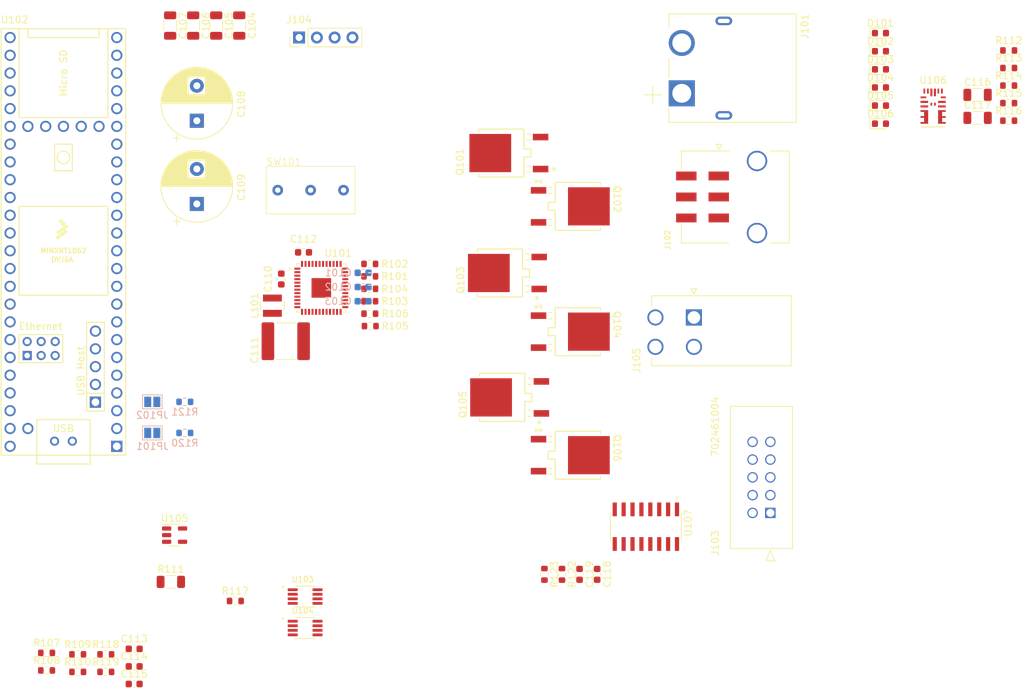
<source format=kicad_pcb>
(kicad_pcb (version 20221018) (generator pcbnew)
  (layers (0 "F.Cu" signal) (1 "In1.Cu" signal) (2 "In2.Cu" signal) (31 "B.Cu" signal) (34 "B.Paste" user) (35 "F.Paste" user) (36 "B.SilkS" user "B.Silkscreen") (37 "F.SilkS" user "F.Silkscreen") (38 "B.Mask" user) (39 "F.Mask" user) (44 "Edge.Cuts" user))
  (net 0 "")
  (net 1 "Net-(U101-VBOOTU)")
  (net 2 "PHASE_U")
  (net 3 "Net-(U101-VBOOTV)")
  (net 4 "PHASE_V")
  (net 5 "Net-(U101-VBOOTW)")
  (net 6 "PHASE_W")
  (net 7 "VCC")
  (net 8 "GND")
  (net 9 "Net-(U101-VREG12)")
  (net 10 "+3.3V")
  (net 11 "+5V")
  (net 12 "Net-(D101-A)")
  (net 13 "Net-(D102-A)")
  (net 14 "Net-(D103-A)")
  (net 15 "MOTOR_LED")
  (net 16 "Net-(D104-A)")
  (net 17 "Net-(D105-A)")
  (net 18 "Net-(D106-A)")
  (net 19 "Net-(C118-Pad1)")
  (net 20 "ENCA_N")
  (net 21 "ENCB_P")
  (net 25 "Net-(C119-Pad2)")
  (net 26 "H1_M")
  (net 27 "H2_M")
  (net 28 "H3_M")
  (net 31 "SWD_CLK")
  (net 32 "SWD_IO")
  (net 34 "Net-(JP101-B)")
  (net 35 "Net-(JP102-B)")
  (net 36 "Net-(U101-SW)")
  (net 37 "Net-(Q101-G)")
  (net 38 "Net-(Q102-G)")
  (net 39 "Net-(Q102-S)")
  (net 40 "Net-(Q103-G)")
  (net 41 "Net-(Q104-G)")
  (net 42 "Net-(Q105-G)")
  (net 43 "Net-(Q106-G)")
  (net 44 "Net-(U101-HSU)")
  (net 45 "Net-(U101-LSU)")
  (net 46 "Net-(U101-HSV)")
  (net 47 "Net-(U101-LSV)")
  (net 48 "Net-(U101-HSW)")
  (net 49 "Net-(U101-LSW)")
  (net 50 "Net-(R107-Pad2)")
  (net 51 "Net-(U106-FB)")
  (net 52 "Net-(U106-AAM)")
  (net 53 "Net-(U106-EN)")
  (net 54 "Net-(SW101-A)")
  (net 55 "BOOT_0")
  (net 59 "NRST")
  (net 60 "H1")
  (net 61 "H2")
  (net 62 "H3")
  (net 66 "ENCA")
  (net 67 "ENCB")
  (net 101 "VSENSE")
  (net 102 "ISENSE")
  (net 141 "USART1_RX")
  (net 142 "ENCA_P")
  (net 143 "ENCB_N")
  (net 144 "ENCA_O")
  (net 145 "ENCB_O")
  (footprint "Resistor_SMD:R_0603_1608Metric" (layer "F.Cu") (at 163.58 24.07)
    (fp_text reference "R112" (at 0 -1.43) (layer "F.SilkS"))
    (fp_text value "160k")
    (pad "1" smd roundrect (at -0.825 0) (size 0.8 0.95) (layers "F.Cu" "F.Paste" "F.Mask") (net 51 "Net-(U106-FB)"))
    (pad "2" smd roundrect (at 0.825 0) (size 0.8 0.95) (layers "F.Cu" "F.Paste" "F.Mask") (net 11 "+5V"))
  )
  (footprint "lib:Slide_Switch_SPDT" (layer "F.Cu") (at 63.88 40.64)
    (fp_text reference "SW101" (at -3.81 -0.635 unlocked) (layer "F.SilkS") (effects (font (thickness 0.1))))
    (fp_text value "SW_SPDT")
    (pad "1" thru_hole circle (at -4.7 3.4) (size 1.524 1.524) (drill 0.762) (layers "*.Cu" "*.Mask") (net 54 "Net-(SW101-A)"))
    (pad "2" thru_hole circle (at 0 3.4) (size 1.524 1.524) (drill 0.762) (layers "*.Cu" "*.Mask") (net 55 "BOOT_0"))
    (pad "3" thru_hole circle (at 4.7 3.4) (size 1.524 1.524) (drill 0.762) (layers "*.Cu" "*.Mask") (net 8 "GND"))
  )
  (footprint "Package_TO_SOT_SMD:SOT-23-5" (layer "F.Cu") (at 44.45 93.345)
    (fp_text reference "U105" (at 0 -2.4) (layer "F.SilkS"))
    (fp_text value "INA180A3")
    (pad "1" smd roundrect (at -1.1375 -0.95) (size 1.325 0.6) (layers "F.Cu" "F.Paste" "F.Mask") (net 102 "ISENSE"))
    (pad "2" smd roundrect (at -1.1375 0) (size 1.325 0.6) (layers "F.Cu" "F.Paste" "F.Mask") (net 8 "GND"))
    (pad "3" smd roundrect (at -1.1375 0.95) (size 1.325 0.6) (layers "F.Cu" "F.Paste" "F.Mask") (net 39 "Net-(Q102-S)"))
    (pad "4" smd roundrect (at 1.1375 0.95) (size 1.325 0.6) (layers "F.Cu" "F.Paste" "F.Mask") (net 8 "GND"))
    (pad "5" smd roundrect (at 1.1375 -0.95) (size 1.325 0.6) (layers "F.Cu" "F.Paste" "F.Mask") (net 10 "+3.3V"))
  )
  (footprint "Capacitor_SMD:C_0603_1608Metric" (layer "F.Cu") (at 38.6775 112.11)
    (fp_text reference "C114" (at 0 -1.43) (layer "F.SilkS"))
    (fp_text value "100nF")
    (pad "1" smd roundrect (at -0.775 0) (size 0.9 0.95) (layers "F.Cu" "F.Paste" "F.Mask") (net 10 "+3.3V"))
    (pad "2" smd roundrect (at 0.775 0) (size 0.9 0.95) (layers "F.Cu" "F.Paste" "F.Mask") (net 8 "GND"))
  )
  (footprint "lib:SOIC127P600X175-16N" (layer "F.Cu") (at 111.76 92.14 -90)
    (fp_text reference "U107" (at -0.535 -6.035 90) (layer "F.SilkS"))
    (fp_text value "MC3486DR")
    (pad "1" smd roundrect (at -2.475 -4.445 270) (size 1.97 0.6) (layers "F.Cu" "F.Paste" "F.Mask") (roundrect_rratio 0.07) (net 20 "ENCA_N"))
    (pad "2" smd roundrect (at -2.475 -3.175 270) (size 1.97 0.6) (layers "F.Cu" "F.Paste" "F.Mask") (roundrect_rratio 0.07) (net 142 "ENCA_P"))
    (pad "3" smd roundrect (at -2.475 -1.905 270) (size 1.97 0.6) (layers "F.Cu" "F.Paste" "F.Mask") (roundrect_rratio 0.07) (net 144 "ENCA_O"))
    (pad "4" smd roundrect (at -2.475 -0.635 270) (size 1.97 0.6) (layers "F.Cu" "F.Paste" "F.Mask") (roundrect_rratio 0.07) (net 11 "+5V"))
    (pad "5" smd roundrect (at -2.475 0.635 270) (size 1.97 0.6) (layers "F.Cu" "F.Paste" "F.Mask") (roundrect_rratio 0.07) (net 145 "ENCB_O"))
    (pad "6" smd roundrect (at -2.475 1.905 270) (size 1.97 0.6) (layers "F.Cu" "F.Paste" "F.Mask") (roundrect_rratio 0.07) (net 21 "ENCB_P"))
    (pad "7" smd roundrect (at -2.475 3.175 270) (size 1.97 0.6) (layers "F.Cu" "F.Paste" "F.Mask") (roundrect_rratio 0.07) (net 143 "ENCB_N"))
    (pad "8" smd roundrect (at -2.475 4.445 270) (size 1.97 0.6) (layers "F.Cu" "F.Paste" "F.Mask") (roundrect_rratio 0.07) (net 8 "GND"))
    (pad "9" smd roundrect (at 2.475 4.445 270) (size 1.97 0.6) (layers "F.Cu" "F.Paste" "F.Mask") (roundrect_rratio 0.07))
    (pad "10" smd roundrect (at 2.475 3.175 270) (size 1.97 0.6) (layers "F.Cu" "F.Paste" "F.Mask") (roundrect_rratio 0.07))
    (pad "11" smd roundrect (at 2.475 1.905 270) (size 1.97 0.6) (layers "F.Cu" "F.Paste" "F.Mask") (roundrect_rratio 0.07))
    (pad "12" smd roundrect (at 2.475 0.635 270) (size 1.97 0.6) (layers "F.Cu" "F.Paste" "F.Mask") (roundrect_rratio 0.07))
    (pad "13" smd roundrect (at 2.475 -0.635 270) (size 1.97 0.6) (layers "F.Cu" "F.Paste" "F.Mask") (roundrect_rratio 0.07))
    (pad "14" smd roundrect (at 2.475 -1.905 270) (size 1.97 0.6) (layers "F.Cu" "F.Paste" "F.Mask") (roundrect_rratio 0.07))
    (pad "15" smd roundrect (at 2.475 -3.175 270) (size 1.97 0.6) (layers "F.Cu" "F.Paste" "F.Mask") (roundrect_rratio 0.07))
    (pad "16" smd roundrect (at 2.475 -4.445 270) (size 1.97 0.6) (layers "F.Cu" "F.Paste" "F.Mask") (roundrect_rratio 0.07) (net 11 "+5V"))
  )
  (footprint "Resistor_SMD:R_0603_1608Metric" (layer "F.Cu") (at 34.6225 110.385)
    (fp_text reference "R118" (at 0 -1.43) (layer "F.SilkS"))
    (fp_text value "10k")
    (pad "1" smd roundrect (at -0.825 0) (size 0.8 0.95) (layers "F.Cu" "F.Paste" "F.Mask") (net 10 "+3.3V"))
    (pad "2" smd roundrect (at 0.825 0) (size 0.8 0.95) (layers "F.Cu" "F.Paste" "F.Mask") (net 54 "Net-(SW101-A)"))
  )
  (footprint "Resistor_SMD:R_0603_1608Metric" (layer "F.Cu") (at 26.1675 110.175)
    (fp_text reference "R107" (at 0 -1.43) (layer "F.SilkS"))
    (fp_text value "1k")
    (pad "1" smd roundrect (at -0.825 0) (size 0.8 0.95) (layers "F.Cu" "F.Paste" "F.Mask") (net 12 "Net-(D101-A)"))
    (pad "2" smd roundrect (at 0.825 0) (size 0.8 0.95) (layers "F.Cu" "F.Paste" "F.Mask") (net 50 "Net-(R107-Pad2)"))
  )
  (footprint "lib:MPM3620GQV-P" (layer "F.Cu") (at 152.785 32.325)
    (fp_text reference "U106" (at 0.008198 -3.996038 unlocked) (layer "F.SilkS"))
    (fp_text value "MPM3620GQV-P")
    (fp_poly (pts (xy -1.292 0.273) (xy -0.708 0.273) (xy -0.708 2.227) (xy -1.292 2.227)) (fill solid) (layer "F.Cu"))
    (fp_poly (pts (xy 1.292 2.227) (xy 0.708 2.227) (xy 0.708 0.273) (xy 1.292 0.273)) (fill solid) (layer "F.Cu"))
    (pad "1" smd rect (at -1.394 -1.55) (size 0.8128 0.254) (layers "F.Cu" "F.Paste" "F.Mask") (net 51 "Net-(U106-FB)"))
    (pad "2" smd rect (at -1.254 -0.900001) (size 1.0922 0.3048) (layers "F.Cu" "F.Paste" "F.Mask"))
    (pad "3" smd rect (at -1.254 -0.25) (size 1.0922 0.3048) (layers "F.Cu" "F.Paste" "F.Mask") (net 8 "GND"))
    (pad "4" smd rect (at -1.546 0.4) (size 0.508 0.254) (layers "F.Cu" "F.Paste" "F.Mask"))
    (pad "5" smd rect (at -1.546 1.250001) (size 0.508 0.254) (layers "F.Cu" "F.Paste" "F.Mask"))
    (pad "6" smd rect (at -1.546 2.1) (size 0.508 0.254) (layers "F.Cu" "F.Paste" "F.Mask"))
    (pad "7" smd rect (at 1.546 2.1) (size 0.508 0.254) (layers "F.Cu" "F.Paste" "F.Mask") (net 11 "+5V"))
    (pad "8" smd rect (at 1.546 1.250001) (size 0.508 0.254) (layers "F.Cu" "F.Paste" "F.Mask") (net 11 "+5V"))
    (pad "9" smd rect (at 1.546 0.4) (size 0.508 0.254) (layers "F.Cu" "F.Paste" "F.Mask") (net 11 "+5V"))
    (pad "10" smd rect (at 1.254 -0.25) (size 1.0922 0.3048) (layers "F.Cu" "F.Paste" "F.Mask"))
    (pad "11" smd rect (at 1.254 -0.900001) (size 1.0922 0.3048) (layers "F.Cu" "F.Paste" "F.Mask"))
    (pad "12" smd rect (at 1.444 -1.55) (size 0.7112 0.254) (layers "F.Cu" "F.Paste" "F.Mask") (net 8 "GND"))
    (pad "13" smd rect (at 1.25 -2.444 90) (size 0.7112 0.254) (layers "F.Cu" "F.Paste" "F.Mask") (net 8 "GND"))
    (pad "14" smd rect (at 0.750001 -2.444 90) (size 0.7112 0.254) (layers "F.Cu" "F.Paste" "F.Mask") (net 8 "GND"))
    (pad "15" smd rect (at 0.25 -2.254 90) (size 1.0922 0.3048) (layers "F.Cu" "F.Paste" "F.Mask"))
    (pad "16" smd rect (at -0.25 -2.254 90) (size 1.0922 0.3048) (layers "F.Cu" "F.Paste" "F.Mask") (net 7 "VCC"))
    (pad "17" smd rect (at -0.750001 -2.444 90) (size 0.7112 0.254) (layers "F.Cu" "F.Paste" "F.Mask") (net 53 "Net-(U106-EN)"))
    (pad "18" smd rect (at -1.25 -2.444 90) (size 0.7112 0.254) (layers "F.Cu" "F.Paste" "F.Mask") (net 52 "Net-(U106-AAM)"))
    (pad "19" smd rect (at -0.25 -0.575) (size 0.254 0.4064) (layers "F.Cu" "F.Paste" "F.Mask"))
    (pad "20" smd rect (at 0.25 -0.575) (size 0.254 0.4064) (layers "F.Cu" "F.Paste" "F.Mask"))
  )
  (footprint "lib:MOLEX_430450607" (layer "F.Cu") (at 124.535 45.015 90)
    (fp_text reference "J102" (at -6.1468 -9.652 90) (layer "F.SilkS") (effects (font (size 0.787402 0.787402))))
    (fp_text value "430450607")
    (pad "1" smd rect (at 3 -2.37 90) (size 1.27 2.92) (layers "F.Cu" "F.Paste") (net 26 "H1_M"))
    (pad "2" smd rect (at 0 -2.37 90) (size 1.27 2.92) (layers "F.Cu" "F.Paste") (net 27 "H2_M"))
    (pad "3" smd rect (at -3 -2.37 90) (size 1.27 2.92) (layers "F.Cu" "F.Paste") (net 28 "H3_M"))
    (pad "4" smd rect (at 3 -7 90) (size 1.27 2.92) (layers "F.Cu" "F.Paste") (net 8 "GND"))
    (pad "5" smd rect (at 0 -7 90) (size 1.27 2.92) (layers "F.Cu" "F.Paste") (net 11 "+5V"))
    (pad "6" smd rect (at -3 -7 90) (size 1.27 2.92) (layers "F.Cu" "F.Paste"))
    (pad "S1" thru_hole circle (at 5.15 3.1 90) (size 2.91 2.91) (drill 2.41) (layers "*.Cu"))
    (pad "S2" thru_hole circle (at -5.15 3.1 90) (size 2.91 2.91) (drill 2.41) (layers "*.Cu"))
  )
  (footprint "Diode_SMD:D_0603_1608Metric" (layer "F.Cu") (at 145.2625 26.77)
    (fp_text reference "D103" (at 0 -1.43) (layer "F.SilkS"))
    (fp_text value "GREEN")
    (pad "1" smd roundrect (at -0.7875 0) (size 0.875 0.95) (layers "F.Cu" "F.Paste" "F.Mask") (net 8 "GND"))
    (pad "2" smd roundrect (at 0.7875 0) (size 0.875 0.95) (layers "F.Cu" "F.Paste" "F.Mask") (net 14 "Net-(D103-A)"))
  )
  (footprint "Resistor_SMD:R_0603_1608Metric" (layer "F.Cu") (at 99.78 98.95 -90)
    (fp_text reference "R122" (at 0 -1.43 90) (layer "F.SilkS"))
    (fp_text value "62")
    (pad "1" smd roundrect (at -0.825 0 270) (size 0.8 0.95) (layers "F.Cu" "F.Paste" "F.Mask") (net 19 "Net-(C118-Pad1)"))
    (pad "2" smd roundrect (at 0.825 0 270) (size 0.8 0.95) (layers "F.Cu" "F.Paste" "F.Mask") (net 142 "ENCA_P"))
  )
  (footprint "lib:DPAKTO-252_A2_STM" (layer "F.Cu") (at 90.9193 55.88 90)
    (fp_text reference "Q103" (at -1.016 -5.6134 90 unlocked) (layer "F.SilkS"))
    (fp_text value "STD140N6F7")
    (fp_text user "*" (at -3.556 5.6007 90) (layer "F.SilkS"))
    (fp_text user "*" (at -3.556 5.6007 90 unlocked) (layer "F.SilkS"))
    (pad "1" smd rect (at -2.286 5.6007 90) (size 0.9398 2.2098) (layers "F.Cu" "F.Paste" "F.Mask") (net 40 "Net-(Q103-G)"))
    (pad "2" smd rect (at 0 -1.5875 90) (size 5.461 5.969) (layers "F.Cu" "F.Paste" "F.Mask") (net 7 "VCC"))
    (pad "3" smd rect (at 2.286 5.6007 90) (size 0.9398 2.2098) (layers "F.Cu" "F.Paste" "F.Mask") (net 6 "PHASE_W"))
  )
  (footprint "Resistor_SMD:R_0603_1608Metric" (layer "F.Cu") (at 163.58 34.11)
    (fp_text reference "R116" (at 0 -1.43) (layer "F.SilkS"))
    (fp_text value "100k")
    (pad "1" smd roundrect (at -0.825 0) (size 0.8 0.95) (layers "F.Cu" "F.Paste" "F.Mask") (net 8 "GND"))
    (pad "2" smd roundrect (at 0.825 0) (size 0.8 0.95) (layers "F.Cu" "F.Paste" "F.Mask") (net 53 "Net-(U106-EN)"))
  )
  (footprint "Resistor_SMD:R_0603_1608Metric" (layer "F.Cu") (at 163.58 29.09)
    (fp_text reference "R114" (at 0 -1.43) (layer "F.SilkS"))
    (fp_text value "63.4k")
    (pad "1" smd roundrect (at -0.825 0) (size 0.8 0.95) (layers "F.Cu" "F.Paste" "F.Mask") (net 8 "GND"))
    (pad "2" smd roundrect (at 0.825 0) (size 0.8 0.95) (layers "F.Cu" "F.Paste" "F.Mask") (net 52 "Net-(U106-AAM)"))
  )
  (footprint "Resistor_SMD:R_1206_3216Metric" (layer "F.Cu") (at 159.135 30.42)
    (fp_text reference "C116" (at 0 -1.82) (layer "F.SilkS"))
    (fp_text value "22uF")
    (pad "1" smd roundrect (at -1.4625 0) (size 1.125 1.75) (layers "F.Cu" "F.Paste" "F.Mask") (roundrect_rratio 0.222222) (net 11 "+5V"))
    (pad "2" smd roundrect (at 1.4625 0) (size 1.125 1.75) (layers "F.Cu" "F.Paste" "F.Mask") (roundrect_rratio 0.222222) (net 8 "GND"))
  )
  (footprint "Resistor_SMD:R_0603_1608Metric" (layer "F.Cu") (at 163.58 26.58)
    (fp_text reference "R113" (at 0 -1.43) (layer "F.SilkS"))
    (fp_text value "30.1k")
    (pad "1" smd roundrect (at -0.825 0) (size 0.8 0.95) (layers "F.Cu" "F.Paste" "F.Mask") (net 8 "GND"))
    (pad "2" smd roundrect (at 0.825 0) (size 0.8 0.95) (layers "F.Cu" "F.Paste" "F.Mask") (net 51 "Net-(U106-FB)"))
  )
  (footprint "lib:Teensy41" (layer "F.Cu") (at 28.575 51.435 90)
    (fp_text reference "U102" (at 31.75 -6.985 180) (layer "F.SilkS"))
    (fp_text value "Teensy4.1")
    (fp_text user "MIMXRT1062" (at -1.27 0) (layer "F.SilkS") (effects (font (size 0.7 0.7))))
    (fp_text user "USB" (at -26.67 0) (layer "F.SilkS"))
    (fp_text user "Micro SD" (at 24.13 0 90) (layer "F.SilkS"))
    (fp_text user "Ethernet" (at -12.065 -3.2766) (layer "F.SilkS"))
    (fp_text user "DVJ6A" (at -2.54 -0.18) (layer "F.SilkS") (effects (font (size 0.7 0.7))))
    (fp_text user "USB Host" (at -18.4658 2.4892 90) (layer "F.SilkS"))
    (pad "1" thru_hole rect (at -29.21 7.62 90) (size 1.6 1.6) (drill 1.1) (layers "*.Cu" "*.Mask") (net 8 "GND"))
    (pad "2" thru_hole circle (at -26.67 7.62 90) (size 1.6 1.6) (drill 1.1) (layers "*.Cu" "*.Mask") (net 31 "SWD_CLK"))
    (pad "3" thru_hole circle (at -24.13 7.62 90) (size 1.6 1.6) (drill 1.1) (layers "*.Cu" "*.Mask") (net 141 "USART1_RX"))
    (pad "4" thru_hole circle (at -21.59 7.62 90) (size 1.6 1.6) (drill 1.1) (layers "*.Cu" "*.Mask") (net 59 "NRST"))
    (pad "5" thru_hole circle (at -19.05 7.62 90) (size 1.6 1.6) (drill 1.1) (layers "*.Cu" "*.Mask") (net 55 "BOOT_0"))
    (pad "6" thru_hole circle (at -16.51 7.62 90) (size 1.6 1.6) (drill 1.1) (layers "*.Cu" "*.Mask"))
    (pad "7" thru_hole circle (at -13.97 7.62 90) (size 1.6 1.6) (drill 1.1) (layers "*.Cu" "*.Mask"))
    (pad "8" thru_hole circle (at -11.43 7.62 90) (size 1.6 1.6) (drill 1.1) (layers "*.Cu" "*.Mask"))
    (pad "9" thru_hole circle (at -8.89 7.62 90) (size 1.6 1.6) (drill 1.1) (layers "*.Cu" "*.Mask"))
    (pad "10" thru_hole circle (at -6.35 7.62 90) (size 1.6 1.6) (drill 1.1) (layers "*.Cu" "*.Mask"))
    (pad "11" thru_hole circle (at -3.81 7.62 90) (size 1.6 1.6) (drill 1.1) (layers "*.Cu" "*.Mask") (net 66 "ENCA"))
    (pad "12" thru_hole circle (at -1.27 7.62 90) (size 1.6 1.6) (drill 1.1) (layers "*.Cu" "*.Mask") (net 67 "ENCB"))
    (pad "13" thru_hole circle (at 1.27 7.62 90) (size 1.6 1.6) (drill 1.1) (layers "*.Cu" "*.Mask"))
    (pad "14" thru_hole circle (at 3.81 7.62 90) (size 1.6 1.6) (drill 1.1) (layers "*.Cu" "*.Mask"))
    (pad "15" thru_hole circle (at 6.35 7.62 90) (size 1.6 1.6) (drill 1.1) (layers "*.Cu" "*.Mask"))
    (pad "16" thru_hole circle (at 8.89 7.62 90) (size 1.6 1.6) (drill 1.1) (layers "*.Cu" "*.Mask"))
    (pad "17" thru_hole circle (at 11.43 7.62 90) (size 1.6 1.6) (drill 1.1) (layers "*.Cu" "*.Mask"))
    (pad "18" thru_hole circle (at 13.97 7.62 90) (size 1.6 1.6) (drill 1.1) (layers "*.Cu" "*.Mask"))
    (pad "19" thru_hole circle (at 16.51 7.62 90) (size 1.6 1.6) (drill 1.1) (layers "*.Cu" "*.Mask"))
    (pad "20" thru_hole circle (at 19.05 7.62 90) (size 1.6 1.6) (drill 1.1) (layers "*.Cu" "*.Mask"))
    (pad "21" thru_hole circle (at 21.59 7.62 90) (size 1.6 1.6) (drill 1.1) (layers "*.Cu" "*.Mask"))
    (pad "22" thru_hole circle (at 24.13 7.62 90) (size 1.6 1.6) (drill 1.1) (layers "*.Cu" "*.Mask"))
    (pad "23" thru_hole circle (at 26.67 7.62 90) (size 1.6 1.6) (drill 1.1) (layers "*.Cu" "*.Mask"))
    (pad "24" thru_hole circle (at 29.21 7.62 90) (size 1.6 1.6) (drill 1.1) (layers "*.Cu" "*.Mask"))
    (pad "25" thru_hole circle (at 29.21 -7.62 90) (size 1.6 1.6) (drill 1.1) (layers "*.Cu" "*.Mask"))
    (pad "26" thru_hole circle (at 26.67 -7.62 90) (size 1.6 1.6) (drill 1.1) (layers "*.Cu" "*.Mask"))
    (pad "27" thru_hole circle (at 24.13 -7.62 90) (size 1.6 1.6) (drill 1.1) (layers "*.Cu" "*.Mask"))
    (pad "28" thru_hole circle (at 21.59 -7.62 90) (size 1.6 1.6) (drill 1.1) (layers "*.Cu" "*.Mask"))
    (pad "29" thru_hole circle (at 19.05 -7.62 90) (size 1.6 1.6) (drill 1.1) (layers "*.Cu" "*.Mask"))
    (pad "30" thru_hole circle (at 16.51 -7.62 90) (size 1.6 1.6) (drill 1.1) (layers "*.Cu" "*.Mask"))
    (pad "31" thru_hole circle (at 13.97 -7.62 90) (size 1.6 1.6) (drill 1.1) (layers "*.Cu" "*.Mask"))
    (pad "32" thru_hole circle (at 11.43 -7.62 90) (size 1.6 1.6) (drill 1.1) (layers "*.Cu" "*.Mask"))
    (pad "33" thru_hole circle (at 8.89 -7.62 90) (size 1.6 1.6) (drill 1.1) (layers "*.Cu" "*.Mask"))
    (pad "34" thru_hole circle (at 6.35 -7.62 90) (size 1.6 1.6) (drill 1.1) (layers "*.Cu" "*.Mask") (net 8 "GND"))
    (pad "35" thru_hole circle (at 3.81 -7.62 90) (size 1.6 1.6) (drill 1.1) (layers "*.Cu" "*.Mask"))
    (pad "36" thru_hole circle (at 1.27 -7.62 90) (size 1.6 1.6) (drill 1.1) (layers "*.Cu" "*.Mask") (net 101 "VSENSE"))
    (pad "37" thru_hole circle (at -1.27 -7.62 90) (size 1.6 1.6) (drill 1.1) (layers "*.Cu" "*.Mask") (net 102 "ISENSE"))
    (pad "38" thru_hole circle (at -3.81 -7.62 90) (size 1.6 1.6) (drill 1.1) (layers "*.Cu" "*.Mask"))
    (pad "39" thru_hole circle (at -6.35 -7.62 90) (size 1.6 1.6) (drill 1.1) (layers "*.Cu" "*.Mask"))
    (pad "40" thru_hole circle (at -8.89 -7.62 90) (size 1.6 1.6) (drill 1.1) (layers "*.Cu" "*.Mask"))
    (pad "41" thru_hole circle (at -11.43 -7.62 90) (size 1.6 1.6) (drill 1.1) (layers "*.Cu" "*.Mask"))
    (pad "42" thru_hole circle (at -13.97 -7.62 90) (size 1.6 1.6) (drill 1.1) (layers "*.Cu" "*.Mask"))
    (pad "43" thru_hole circle (at -16.51 -7.62 90) (size 1.6 1.6) (drill 1.1) (layers "*.Cu" "*.Mask"))
    (pad "44" thru_hole circle (at -19.05 -7.62 90) (size 1.6 1.6) (drill 1.1) (layers "*.Cu" "*.Mask"))
    (pad "45" thru_hole circle (at -21.59 -7.62 90) (size 1.6 1.6) (drill 1.1) (layers "*.Cu" "*.Mask"))
    (pad "46" thru_hole circle (at -24.13 -7.62 90) (size 1.6 1.6) (drill 1.1) (layers "*.Cu" "*.Mask") (net 50 "Net-(R107-Pad2)"))
    (pad "47" thru_hole circle (at -26.67 -7.62 90) (size 1.6 1.6) (drill 1.1) (layers "*.Cu" "*.Mask") (net 8 "GND"))
    (pad "48" thru_hole circle (at -29.21 -7.62 90) (size 1.6 1.6) (drill 1.1) (layers "*.Cu" "*.Mask") (net 11 "+5V"))
    (pad "49" thru_hole circle (at -26.67 -5.08 90) (size 1.6 1.6) (drill 1.1) (layers "*.Cu" "*.Mask"))
    (pad "50" thru_hole circle (at 16.51 5.08 90) (size 1.6 1.6) (drill 1.1) (layers "*.Cu" "*.Mask"))
    (pad "51" thru_hole circle (at 16.51 2.54 90) (size 1.6 1.6) (drill 1.1) (layers "*.Cu" "*.Mask"))
    (pad "52" thru_hole circle (at 16.51 0 90) (size 1.6 1.6) (drill 1.1) (layers "*.Cu" "*.Mask"))
    (pad "53" thru_hole circle (at 16.51 -2.54 90) (size 1.6 1.6) (drill 1.1) (layers "*.Cu" "*.Mask"))
    (pad "54" thru_hole circle (at 16.51 -5.08 90) (size 1.6 1.6) (drill 1.1) (layers "*.Cu" "*.Mask"))
    (pad "55" thru_hole rect (at -22.9108 4.5692 90) (size 1.6 1.6) (drill 1.1) (layers "*.Cu" "*.Mask"))
    (pad "56" thru_hole circle (at -20.3708 4.5692 90) (size 1.6 1.6) (drill 1.1) (layers "*.Cu" "*.Mask"))
    (pad "57" thru_hole circle (at -17.8308 4.5692 90) (size 1.6 1.6) (drill 1.1) (layers "*.Cu" "*.Mask"))
    (pad "58" thru_hole circle (at -15.2908 4.5692 90) (size 1.6 1.6) (drill 1.1) (layers "*.Cu" "*.Mask"))
    (pad "59" thru_hole circle (at -12.7508 4.5692 90) (size 1.6 1.6) (drill 1.1) (layers "*.Cu" "*.Mask"))
    (pad "60" thru_hole rect (at -16.24 -5.1816 90) (size 1.3 1.3) (drill 0.8) (layers "*.Cu" "*.Mask"))
    (pad "61" thru_hole circle (at -16.24 -3.1816 90) (size 1.3 1.3) (drill 0.8) (layers "*.Cu" "*.Mask"))
    (pad "62" thru_hole circle (at -16.24 -1.1816 90) (size 1.3 1.3) (drill 0.8) (layers "*.Cu" "*.Mask"))
    (pad "63" thru_hole circle (at -14.24 -1.1816 90) (size 1.3 1.3) (drill 0.8) (layers "*.Cu" "*.Mask"))
    (pad "64" thru_hole circle (at -14.24 -3.1816 90) (size 1.3 1.3) (drill 0.8) (layers "*.Cu" "*.Mask"))
    (pad "65" thru_hole circle (at -14.24 -5.1816 90) (size 1.3 1.3) (drill 0.8) (layers "*.Cu" "*.Mask"))
    (pad "66" thru_hole circle (at -28.48 -1.27 90) (size 1.3 1.3) (drill 0.8) (layers "*.Cu" "*.Mask"))
    (pad "67" thru_hole circle (at -28.48 1.27 90) (size 1.3 1.3) (drill 0.8) (layers "*.Cu" "*.Mask"))
  )
  (footprint "lib:MOLEX_353180420" (layer "F.Cu") (at 118.625 62.235 90)
    (fp_text reference "J105" (at -6.1722 -8.1788 90) (layer "F.SilkS"))
    (fp_text value "353180420")
    (pad "1" thru_hole rect (at 0 0 90) (size 2.3 2.3) (drill 1.8) (layers "*.Cu") (net 2 "PHASE_U"))
    (pad "2" thru_hole circle (at -4.2 0 90) (size 2.3 2.3) (drill 1.8) (layers "*.Cu") (net 4 "PHASE_V"))
    (pad "3" thru_hole circle (at 0 -5.5 90) (size 2.3 2.3) (drill 1.8) (layers "*.Cu") (net 6 "PHASE_W"))
    (pad "4" thru_hole circle (at -4.2 -5.5 90) (size 2.3 2.3) (drill 1.8) (layers "*.Cu"))
  )
  (footprint "Diode_SMD:D_0603_1608Metric" (layer "F.Cu") (at 145.2625 34.54)
    (fp_text reference "D106" (at 0 -1.43) (layer "F.SilkS"))
    (fp_text value "GREEN")
    (pad "1" smd roundrect (at -0.7875 0) (size 0.875 0.95) (layers "F.Cu" "F.Paste" "F.Mask") (net 8 "GND"))
    (pad "2" smd roundrect (at 0.7875 0) (size 0.875 0.95) (layers "F.Cu" "F.Paste" "F.Mask") (net 18 "Net-(D106-A)"))
  )
  (footprint "Resistor_SMD:R_0603_1608Metric" (layer "F.Cu") (at 97.27 98.95 -90)
    (fp_text reference "R123" (at 0 -1.43 90) (layer "F.SilkS"))
    (fp_text value "62")
    (pad "1" smd roundrect (at -0.825 0 270) (size 0.8 0.95) (layers "F.Cu" "F.Paste" "F.Mask") (net 143 "ENCB_N"))
    (pad "2" smd roundrect (at 0.825 0 270) (size 0.8 0.95) (layers "F.Cu" "F.Paste" "F.Mask") (net 25 "Net-(C119-Pad2)"))
  )
  (footprint "Resistor_SMD:R_0603_1608Metric" (layer "F.Cu") (at 72.327 59.915)
    (fp_text reference "R103" (at 3.556 0) (layer "F.SilkS"))
    (fp_text value "62")
    (pad "1" smd roundrect (at -0.825 0) (size 0.8 0.95) (layers "F.Cu" "F.Paste" "F.Mask") (net 46 "Net-(U101-HSV)"))
    (pad "2" smd roundrect (at 0.825 0) (size 0.8 0.95) (layers "F.Cu" "F.Paste" "F.Mask") (net 40 "Net-(Q103-G)"))
  )
  (footprint "Diode_SMD:D_0603_1608Metric" (layer "F.Cu") (at 145.2625 31.95)
    (fp_text reference "D105" (at 0 -1.43) (layer "F.SilkS"))
    (fp_text value "GREEN")
    (pad "1" smd roundrect (at -0.7875 0) (size 0.875 0.95) (layers "F.Cu" "F.Paste" "F.Mask") (net 8 "GND"))
    (pad "2" smd roundrect (at 0.7875 0) (size 0.875 0.95) (layers "F.Cu" "F.Paste" "F.Mask") (net 17 "Net-(D105-A)"))
  )
  (footprint "Capacitor_SMD:C_0603_1608Metric" (layer "F.Cu") (at 59.69 56.74 90)
    (fp_text reference "C110" (at 0 -1.905 90) (layer "F.SilkS"))
    (fp_text value "1uF")
    (pad "1" smd roundrect (at -0.775 0 90) (size 0.9 0.95) (layers "F.Cu" "F.Paste" "F.Mask") (net 9 "Net-(U101-VREG12)"))
    (pad "2" smd roundrect (at 0.775 0 90) (size 0.9 0.95) (layers "F.Cu" "F.Paste" "F.Mask") (net 8 "GND"))
  )
  (footprint "Capacitor_SMD:C_0603_1608Metric" (layer "F.Cu") (at 38.6775 109.6)
    (fp_text reference "C113" (at 0 -1.43) (layer "F.SilkS"))
    (fp_text value "100nF")
    (pad "1" smd roundrect (at -0.775 0) (size 0.9 0.95) (layers "F.Cu" "F.Paste" "F.Mask") (net 10 "+3.3V"))
    (pad "2" smd roundrect (at 0.775 0) (size 0.9 0.95) (layers "F.Cu" "F.Paste" "F.Mask") (net 8 "GND"))
  )
  (footprint "lib:CON_702461004_MOL" (layer "F.Cu") (at 129.54 90.17 90)
    (fp_text reference "J103" (at -4.318 -7.874 90 unlocked) (layer "F.SilkS"))
    (fp_text value "702461004")
    (fp_text user "702461004" (at 12.3444 -7.874 90 unlocked) (layer "F.SilkS"))
    (pad "1" thru_hole rect (at 0 0 90) (size 1.49 1.49) (drill 1.14) (layers "*.Cu" "*.Mask"))
    (pad "2" thru_hole circle (at 0 -2.54 90) (size 1.49 1.49) (drill 1.14) (layers "*.Cu" "*.Mask") (net 11 "+5V"))
    (pad "3" thru_hole circle (at 2.54 0 180) (size 1.49 1.49) (drill 1.14) (layers "*.Cu" "*.Mask") (net 8 "GND"))
    (pad "4" thru_hole circle (at 2.54 -2.54 180) (size 1.49 1.49) (drill 1.14) (layers "*.Cu" "*.Mask"))
    (pad "5" thru_hole circle (at 5.08 0 180) (size 1.49 1.49) (drill 1.14) (layers "*.Cu" "*.Mask") (net 20 "ENCA_N"))
    (pad "6" thru_hole circle (at 5.08 -2.54 180) (size 1.49 1.49) (drill 1.14) (layers "*.Cu" "*.Mask") (net 142 "ENCA_P"))
    (pad "7" thru_hole circle (at 7.62 0 180) (size 1.49 1.49) (drill 1.14) (layers "*.Cu" "*.Mask") (net 143 "ENCB_N"))
    (pad "8" thru_hole circle (at 7.62 -2.54 180) (size 1.49 1.49) (drill 1.14) (layers "*.Cu" "*.Mask") (net 21 "ENCB_P"))
    (pad "9" thru_hole circle (at 10.16 0 180) (size 1.49 1.49) (drill 1.14) (layers "*.Cu" "*.Mask"))
    (pad "10" thru_hole circle (at 10.16 -2.54 180) (size 1.49 1.49) (drill 1.14) (layers "*.Cu" "*.Mask"))
  )
  (footprint "Capacitor_SMD:C_2220_5750Metric" (layer "F.Cu") (at 60.325 65.63)
    (fp_text reference "C111" (at -4.445 1.27 90) (layer "F.SilkS"))
    (fp_text value "47uF")
    (pad "1" smd roundrect (at -2.55 0) (size 1.8 5.4) (layers "F.Cu" "F.Paste" "F.Mask") (roundrect_rratio 0.138889) (net 10 "+3.3V"))
    (pad "2" smd roundrect (at 2.55 0) (size 1.8 5.4) (layers "F.Cu" "F.Paste" "F.Mask") (roundrect_rratio 0.138889) (net 8 "GND"))
  )
  (footprint "lib:AMASS_XT60PW-M" (layer "F.Cu") (at 122.88925 26.6 -90)
    (fp_text reference "J101" (at -5.9436 -11.5824 90) (layer "F.SilkS") (effects (font (size 1.000441 1.000441))))
    (fp_text value "XT60PW-M")
    (pad "1" thru_hole rect (at 3.6 6 270) (size 3.716 3.716) (drill 2.7) (layers "*.Cu" "*.Mask") (net 7 "VCC"))
    (pad "2" thru_hole circle (at -3.6 6 270) (size 3.716 3.716) (drill 2.7) (layers "*.Cu" "*.Mask") (net 8 "GND"))
    (pad "S1" thru_hole oval (at 6.75 0 270) (size 1.2 2.4) (drill oval 0.6 1.7) (layers "*.Cu" "*.Mask"))
    (pad "S2" thru_hole oval (at -6.75 0 270) (size 1.2 2.4) (drill oval 0.6 1.7) (layers "*.Cu" "*.Mask"))
  )
  (footprint "Resistor_SMD:R_0603_1608Metric" (layer "F.Cu") (at 72.327 61.693)
    (fp_text reference "R106" (at 3.619 0) (layer "F.SilkS"))
    (fp_text value "62")
    (pad "1" smd roundrect (at -0.825 0) (size 0.8 0.95) (layers "F.Cu" "F.Paste" "F.Mask") (net 49 "Net-(U101-LSW)"))
    (pad "2" smd roundrect (at 0.825 0) (size 0.8 0.95) (layers "F.Cu" "F.Paste" "F.Mask") (net 43 "Net-(Q106-G)"))
  )
  (footprint "Resistor_SMD:R_0603_1608Metric" (layer "F.Cu") (at 72.39 63.471)
    (fp_text reference "R105" (at 3.556 0) (layer "F.SilkS"))
    (fp_text value "62")
    (pad "1" smd roundrect (at -0.825 0) (size 0.8 0.95) (layers "F.Cu" "F.Paste" "F.Mask") (net 48 "Net-(U101-HSW)"))
    (pad "2" smd roundrect (at 0.825 0) (size 0.8 0.95) (layers "F.Cu" "F.Paste" "F.Mask") (net 42 "Net-(Q105-G)"))
  )
  (footprint "Resistor_SMD:R_0603_1608Metric" (layer "F.Cu") (at 72.327 54.581)
    (fp_text reference "R102" (at 3.556 0) (layer "F.SilkS"))
    (fp_text value "62")
    (pad "1" smd roundrect (at -0.825 0) (size 0.8 0.95) (layers "F.Cu" "F.Paste" "F.Mask") (net 45 "Net-(U101-LSU)"))
    (pad "2" smd roundrect (at 0.825 0) (size 0.8 0.95) (layers "F.Cu" "F.Paste" "F.Mask") (net 38 "Net-(Q102-G)"))
  )
  (footprint "lib:DPAKTO-252_A2_STM" (layer "F.Cu") (at 91.1225 38.735 90)
    (fp_text reference "Q101" (at -1.27 -5.9055 90 unlocked) (layer "F.SilkS"))
    (fp_text value "STD140N6F7")
    (fp_text user "*" (at -2.286 7.8105 -270) (layer "F.SilkS"))
    (pad "1" smd rect (at -2.286 5.6007 90) (size 0.9398 2.2098) (layers "F.Cu" "F.Paste" "F.Mask") (net 37 "Net-(Q101-G)"))
    (pad "2" smd rect (at 0 -1.5875 90) (size 5.461 5.969) (layers "F.Cu" "F.Paste" "F.Mask") (net 7 "VCC"))
    (pad "3" smd rect (at 2.286 5.6007 90) (size 0.9398 2.2098) (layers "F.Cu" "F.Paste" "F.Mask") (net 2 "PHASE_U"))
  )
  (footprint "Diode_SMD:D_0603_1608Metric" (layer "F.Cu") (at 145.2625 21.59)
    (fp_text reference "D101" (at 0 -1.43) (layer "F.SilkS"))
    (fp_text value "GREEN")
    (pad "1" smd roundrect (at -0.7875 0) (size 0.875 0.95) (layers "F.Cu" "F.Paste" "F.Mask") (net 8 "GND"))
    (pad "2" smd roundrect (at 0.7875 0) (size 0.875 0.95) (layers "F.Cu" "F.Paste" "F.Mask") (net 12 "Net-(D101-A)"))
  )
  (footprint "Resistor_SMD:R_1206_3216Metric" (layer "F.Cu") (at 47.105 20.5125 -90)
    (fp_text reference "C106" (at 0 -1.82 90) (layer "F.SilkS"))
    (fp_text value "10uF")
    (pad "1" smd roundrect (at -1.4625 0 270) (size 1.125 1.75) (layers "F.Cu" "F.Paste" "F.Mask") (roundrect_rratio 0.222222) (net 7 "VCC"))
    (pad "2" smd roundrect (at 1.4625 0 270) (size 1.125 1.75) (layers "F.Cu" "F.Paste" "F.Mask") (roundrect_rratio 0.222222) (net 8 "GND"))
  )
  (footprint "Resistor_SMD:R_0603_1608Metric" (layer "F.Cu") (at 26.1675 112.685)
    (fp_text reference "R108" (at 0 -1.43) (layer "F.SilkS"))
    (fp_text value "4.7k")
    (pad "1" smd roundrect (at -0.825 0) (size 0.8 0.95) (layers "F.Cu" "F.Paste" "F.Mask") (net 13 "Net-(D102-A)"))
    (pad "2" smd roundrect (at 0.825 0) (size 0.8 0.95) (layers "F.Cu" "F.Paste" "F.Mask") (net 7 "VCC"))
  )
  (footprint "Resistor_SMD:R_1206_3216Metric" (layer "F.Cu") (at 53.685 20.5125 -90)
    (fp_text reference "C104" (at 0 -1.82 90) (layer "F.SilkS"))
    (fp_text value "10uF")
    (pad "1" smd roundrect (at -1.4625 0 270) (size 1.125 1.75) (layers "F.Cu" "F.Paste" "F.Mask") (roundrect_rratio 0.222222) (net 7 "VCC"))
    (pad "2" smd roundrect (at 1.4625 0 270) (size 1.125 1.75) (layers "F.Cu" "F.Paste" "F.Mask") (roundrect_rratio 0.222222) (net 8 "GND"))
  )
  (footprint "lib:SOP65P400X130-8N" (layer "F.Cu") (at 63.0925 102.125)
    (fp_text reference "U103" (at -0.33 -2.46) (layer "F.SilkS") (effects (font (size 0.8 0.8))))
    (fp_text value "SN74LVC3G17DCTR")
    (pad "1" smd roundrect (at -1.77 -0.975) (size 1.42 0.4) (layers "F.Cu" "F.Paste" "F.Mask") (roundrect_rratio 0.05) (net 26 "H1_M"))
    (pad "2" smd roundrect (at -1.77 -0.325) (size 1.42 0.4) (layers "F.Cu" "F.Paste" "F.Mask") (roundrect_rratio 0.05) (net 62 "H3"))
    (pad "3" smd roundrect (at -1.77 0.325) (size 1.42 0.4) (layers "F.Cu" "F.Paste" "F.Mask") (roundrect_rratio 0.05) (net 27 "H2_M"))
    (pad "4" smd roundrect (at -1.77 0.975) (size 1.42 0.4) (layers "F.Cu" "F.Paste" "F.Mask") (roundrect_rratio 0.05) (net 8 "GND"))
    (pad "5" smd roundrect (at 1.77 0.975) (size 1.42 0.4) (layers "F.Cu" "F.Paste" "F.Mask") (roundrect_rratio 0.05) (net 61 "H2"))
    (pad "6" smd roundrect (at 1.77 0.325) (size 1.42 0.4) (layers "F.Cu" "F.Paste" "F.Mask") (roundrect_rratio 0.05) (net 28 "H3_M"))
    (pad "7" smd roundrect (at 1.77 -0.325) (size 1.42 0.4) (layers "F.Cu" "F.Paste" "F.Mask") (roundrect_rratio 0.05) (net 60 "H1"))
    (pad "8" smd roundrect (at 1.77 -0.975) (size 1.42 0.4) (layers "F.Cu" "F.Paste" "F.Mask") (roundrect_rratio 0.05) (net 10 "+3.3V"))
  )
  (footprint "lib:DPAKTO-252_A2_STM" (layer "F.Cu") (at 102.0318 64.262 -90)
    (fp_text reference "Q104" (at -1.016 -5.6134 -90 unlocked) (layer "F.SilkS"))
    (fp_text value "STD140N6F7")
    (fp_text user "*" (at -3.556 5.6007 -90 unlocked) (layer "F.SilkS"))
    (fp_text user "*" (at -3.556 5.6007 -90) (layer "F.SilkS"))
    (pad "1" smd rect (at -2.286 5.6007 270) (size 0.9398 2.2098) (layers "F.Cu" "F.Paste" "F.Mask") (net 41 "Net-(Q104-G)"))
    (pad "2" smd rect (at 0 -1.5875 270) (size 5.461 5.969) (layers "F.Cu" "F.Paste" "F.Mask") (net 6 "PHASE_W"))
    (pad "3" smd rect (at 2.286 5.6007 270) (size 0.9398 2.2098) (layers "F.Cu" "F.Paste" "F.Mask") (net 39 "Net-(Q102-S)"))
  )
  (footprint "Diode_SMD:D_0603_1608Metric" (layer "F.Cu") (at 145.2625 29.36)
    (fp_text reference "D104" (at 0 -1.43) (layer "F.SilkS"))
    (fp_text value "GREEN")
    (pad "1" smd roundrect (at -0.7875 0) (size 0.875 0.95) (layers "F.Cu" "F.Paste" "F.Mask") (net 15 "MOTOR_LED"))
    (pad "2" smd roundrect (at 0.7875 0) (size 0.875 0.95) (layers "F.Cu" "F.Paste" "F.Mask") (net 16 "Net-(D104-A)"))
  )
  (footprint "lib:DPAKTO-252_A2_STM" (layer "F.Cu") (at 102.0318 81.915 -90)
    (fp_text reference "Q106" (at -1.016 -5.6134 -90 unlocked) (layer "F.SilkS"))
    (fp_text value "STD140N6F7")
    (fp_text user "*" (at -3.556 5.6007 -90) (layer "F.SilkS"))
    (fp_text user "*" (at -3.556 5.6007 -90 unlocked) (layer "F.SilkS"))
    (pad "1" smd rect (at -2.286 5.6007 270) (size 0.9398 2.2098) (layers "F.Cu" "F.Paste" "F.Mask") (net 43 "Net-(Q106-G)"))
    (pad "2" smd rect (at 0 -1.5875 270) (size 5.461 5.969) (layers "F.Cu" "F.Paste" "F.Mask") (net 4 "PHASE_V"))
    (pad "3" smd rect (at 2.286 5.6007 270) (size 0.9398 2.2098) (layers "F.Cu" "F.Paste" "F.Mask") (net 39 "Net-(Q102-S)"))
  )
  (footprint "Diode_SMD:D_0603_1608Metric" (layer "F.Cu") (at 145.2625 24.18)
    (fp_text reference "D102" (at 0 -1.43) (layer "F.SilkS"))
    (fp_text value "GREEN")
    (pad "1" smd roundrect (at -0.7875 0) (size 0.875 0.95) (layers "F.Cu" "F.Paste" "F.Mask") (net 8 "GND"))
    (pad "2" smd roundrect (at 0.7875 0) (size 0.875 0.95) (layers "F.Cu" "F.Paste" "F.Mask") (net 13 "Net-(D102-A)"))
  )
  (footprint "Resistor_SMD:R_1206_3216Metric" (layer "F.Cu") (at 159.135 33.71)
    (fp_text reference "C117" (at 0 -1.82) (layer "F.SilkS"))
    (fp_text value "10uF")
    (pad "1" smd roundrect (at -1.4625 0) (size 1.125 1.75) (layers "F.Cu" "F.Paste" "F.Mask") (roundrect_rratio 0.222222) (net 7 "VCC"))
    (pad "2" smd roundrect (at 1.4625 0) (size 1.125 1.75) (layers "F.Cu" "F.Paste" "F.Mask") (roundrect_rratio 0.222222) (net 8 "GND"))
  )
  (footprint "Resistor_SMD:R_1206_3216Metric" (layer "F.Cu") (at 50.395 20.5125 -90)
    (fp_text reference "C105" (at 0 -1.82 90) (layer "F.SilkS"))
    (fp_text value "10uF")
    (pad "1" smd roundrect (at -1.4625 0 270) (size 1.125 1.75) (layers "F.Cu" "F.Paste" "F.Mask") (roundrect_rratio 0.222222) (net 7 "VCC"))
    (pad "2" smd roundrect (at 1.4625 0 270) (size 1.125 1.75) (layers "F.Cu" "F.Paste" "F.Mask") (roundrect_rratio 0.222222) (net 8 "GND"))
  )
  (footprint "Capacitor_SMD:C_0603_1608Metric" (layer "F.Cu") (at 38.6775 114.62)
    (fp_text reference "C115" (at 0 -1.43) (layer "F.SilkS"))
    (fp_text value "100nF")
    (pad "1" smd roundrect (at -0.775 0) (size 0.9 0.95) (layers "F.Cu" "F.Paste" "F.Mask") (net 10 "+3.3V"))
    (pad "2" smd roundrect (at 0.775 0) (size 0.9 0.95) (layers "F.Cu" "F.Paste" "F.Mask") (net 8 "GND"))
  )
  (footprint "lib:SOP65P400X130-8N" (layer "F.Cu") (at 63.0925 106.625)
    (fp_text reference "U104" (at -0.33 -2.46) (layer "F.SilkS") (effects (font (size 0.8 0.8))))
    (fp_text value "SN74LVC3G17DCTR")
    (pad "1" smd roundrect (at -1.77 -0.975) (size 1.42 0.4) (layers "F.Cu" "F.Paste" "F.Mask") (roundrect_rratio 0.05) (net 144 "ENCA_O"))
    (pad "2" smd roundrect (at -1.77 -0.325) (size 1.42 0.4) (layers "F.Cu" "F.Paste" "F.Mask") (roundrect_rratio 0.05))
    (pad "3" smd roundrect (at -1.77 0.325) (size 1.42 0.4) (layers "F.Cu" "F.Paste" "F.Mask") (roundrect_rratio 0.05) (net 145 "ENCB_O"))
    (pad "4" smd roundrect (at -1.77 0.975) (size 1.42 0.4) (layers "F.Cu" "F.Paste" "F.Mask") (roundrect_rratio 0.05) (net 8 "GND"))
    (pad "5" smd roundrect (at 1.77 0.975) (size 1.42 0.4) (layers "F.Cu" "F.Paste" "F.Mask") (roundrect_rratio 0.05) (net 67 "ENCB"))
    (pad "6" smd roundrect (at 1.77 0.325) (size 1.42 0.4) (layers "F.Cu" "F.Paste" "F.Mask") (roundrect_rratio 0.05))
    (pad "7" smd roundrect (at 1.77 -0.325) (size 1.42 0.4) (layers "F.Cu" "F.Paste" "F.Mask") (roundrect_rratio 0.05) (net 66 "ENCA"))
    (pad "8" smd roundrect (at 1.77 -0.975) (size 1.42 0.4) (layers "F.Cu" "F.Paste" "F.Mask") (roundrect_rratio 0.05) (net 10 "+3.3V"))
  )
  (footprint "Resistor_SMD:R_1206_3216Metric" (layer "F.Cu") (at 43.815 20.5125 -90)
    (fp_text reference "C107" (at 0 -1.82 90) (layer "F.SilkS"))
    (fp_text value "10uF")
    (pad "1" smd roundrect (at -1.4625 0 270) (size 1.125 1.75) (layers "F.Cu" "F.Paste" "F.Mask") (roundrect_rratio 0.222222) (net 7 "VCC"))
    (pad "2" smd roundrect (at 1.4625 0 270) (size 1.125 1.75) (layers "F.Cu" "F.Paste" "F.Mask") (roundrect_rratio 0.222222) (net 8 "GND"))
  )
  (footprint "Resistor_SMD:R_0603_1608Metric" (layer "F.Cu") (at 72.327 56.359)
    (fp_text reference "R101" (at 3.556 0) (layer "F.SilkS"))
    (fp_text value "62")
    (pad "1" smd roundrect (at -0.825 0) (size 0.8 0.95) (layers "F.Cu" "F.Paste" "F.Mask") (net 44 "Net-(U101-HSU)"))
    (pad "2" smd roundrect (at 0.825 0) (size 0.8 0.95) (layers "F.Cu" "F.Paste" "F.Mask") (net 37 "Net-(Q101-G)"))
  )
  (footprint "lib:DPAKTO-252_A2_STM" (layer "F.Cu") (at 102.0318 46.355 -90)
    (fp_text reference "Q102" (at -1.016 -5.6134 -90 unlocked) (layer "F.SilkS"))
    (fp_text value "STD140N6F7")
    (fp_text user "*" (at -3.556 5.6007 -90 unlocked) (layer "F.SilkS"))
    (fp_text user "*" (at -3.556 5.6007 -90) (layer "F.SilkS"))
    (pad "1" smd rect (at -2.286 5.6007 270) (size 0.9398 2.2098) (layers "F.Cu" "F.Paste" "F.Mask") (net 38 "Net-(Q102-G)"))
    (pad "2" smd rect (at 0 -1.5875 270) (size 5.461 5.969) (layers "F.Cu" "F.Paste" "F.Mask") (net 2 "PHASE_U"))
    (pad "3" smd rect (at 2.286 5.6007 270) (size 0.9398 2.2098) (layers "F.Cu" "F.Paste" "F.Mask") (net 39 "Net-(Q102-S)"))
  )
  (footprint "Resistor_SMD:R_0603_1608Metric" (layer "F.Cu") (at 53.1225 102.76)
    (fp_text reference "R117" (at 0 -1.43) (layer "F.SilkS"))
    (fp_text value "1k")
    (pad "1" smd roundrect (at -0.825 0) (size 0.8 0.95) (layers "F.Cu" "F.Paste" "F.Mask") (net 17 "Net-(D105-A)"))
    (pad "2" smd roundrect (at 0.825 0) (size 0.8 0.95) (layers "F.Cu" "F.Paste" "F.Mask") (net 11 "+5V"))
  )
  (footprint "Capacitor_THT:CP_Radial_D10.0mm_P5.00mm" (layer "F.Cu") (at 47.625 46.010354 90)
    (fp_text reference "C109" (at 2.367677 6.35 90) (layer "F.SilkS"))
    (fp_text value "220uF")
    (pad "1" thru_hole rect (at 0 0 90) (size 2 2) (drill 1) (layers "*.Cu" "*.Mask") (net 7 "VCC"))
    (pad "2" thru_hole circle (at 5 0 90) (size 2 2) (drill 1) (layers "*.Cu" "*.Mask") (net 8 "GND"))
  )
  (footprint "Capacitor_THT:CP_Radial_D10.0mm_P5.00mm" (layer "F.Cu") (at 47.625 34.117677 90)
    (fp_text reference "C108" (at 2.367677 6.35 90) (layer "F.SilkS"))
    (fp_text value "220uF")
    (pad "1" thru_hole rect (at 0 0 90) (size 2 2) (drill 1) (layers "*.Cu" "*.Mask") (net 7 "VCC"))
    (pad "2" thru_hole circle (at 5 0 90) (size 2 2) (drill 1) (layers "*.Cu" "*.Mask") (net 8 "GND"))
  )
  (footprint "Connector_PinHeader_2.54mm:PinHeader_1x04_P2.54mm_Vertical" (layer "F.Cu") (at 62.23 22.225 90)
    (fp_text reference "J104" (at 2.54 0 180) (layer "F.SilkS"))
    (fp_text value "SWD")
    (pad "1" thru_hole rect (at 0 0 90) (size 1.7 1.7) (drill 1) (layers "*.Cu" "*.Mask") (net 10 "+3.3V"))
    (pad "2" thru_hole oval (at 0 2.54 90) (size 1.7 1.7) (drill 1) (layers "*.Cu" "*.Mask") (net 31 "SWD_CLK"))
    (pad "3" thru_hole oval (at 0 5.08 90) (size 1.7 1.7) (drill 1) (layers "*.Cu" "*.Mask") (net 32 "SWD_IO"))
    (pad "4" thru_hole oval (at 0 7.62 90) (size 1.7 1.7) (drill 1) (layers "*.Cu" "*.Mask") (net 8 "GND"))
  )
  (footprint "Capacitor_SMD:C_0603_1608Metric" (layer "F.Cu") (at 102.29 98.95 -90)
    (fp_text reference "C119" (at 0 -1.43 90) (layer "F.SilkS"))
    (fp_text value "0.1nF")
    (pad "1" smd roundrect (at -0.775 0 270) (size 0.9 0.95) (layers "F.Cu" "F.Paste" "F.Mask") (net 21 "ENCB_P"))
    (pad "2" smd roundrect (at 0.775 0 270) (size 0.9 0.95) (layers "F.Cu" "F.Paste" "F.Mask") (net 25 "Net-(C119-Pad2)"))
  )
  (footprint "lib:SRN3015" (layer "F.Cu") (at 58.42 60.55 90)
    (fp_text reference "L101" (at 0 -2.54 90 unlocked) (layer "F.SilkS"))
    (fp_text value "22uH")
    (pad "1" smd rect (at -1.0922 0 90) (size 0.9906 2.6924) (layers "F.Cu" "F.Paste" "F.Mask") (net 10 "+3.3V"))
    (pad "2" smd rect (at 1.0922 0 90) (size 0.9906 2.6924) (layers "F.Cu" "F.Paste" "F.Mask") (net 36 "Net-(U101-SW)"))
  )
  (footprint "Resistor_SMD:R_0603_1608Metric" (layer "F.Cu") (at 30.6125 112.895)
    (fp_text reference "R110" (at 0 -1.43) (layer "F.SilkS"))
    (fp_text value "1k")
    (pad "1" smd roundrect (at -0.825 0) (size 0.8 0.95) (layers "F.Cu" "F.Paste" "F.Mask") (net 16 "Net-(D104-A)"))
    (pad "2" smd roundrect (at 0.825 0) (size 0.8 0.95) (layers "F.Cu" "F.Paste" "F.Mask") (net 10 "+3.3V"))
  )
  (footprint "lib:IC_STSPIN32F0A" (layer "F.Cu") (at 65.405 58.01)
    (fp_text reference "U101" (at 2.413 -4.953) (layer "F.SilkS"))
    (fp_text value "STSPIN32F0A")
    (pad "1" smd rect (at -3.425 -2.75) (size 0.85 0.3) (layers "F.Cu" "F.Paste" "F.Mask") (net 8 "GND"))
    (pad "2" smd rect (at -3.425 -2.25) (size 0.85 0.3) (layers "F.Cu" "F.Paste" "F.Mask") (net 8 "GND"))
    (pad "3" smd rect (at -3.425 -1.75) (size 0.85 0.3) (layers "F.Cu" "F.Paste" "F.Mask"))
    (pad "4" smd rect (at -3.425 -1.25) (size 0.85 0.3) (layers "F.Cu" "F.Paste" "F.Mask"))
    (pad "5" smd rect (at -3.425 -0.75) (size 0.85 0.3) (layers "F.Cu" "F.Paste" "F.Mask"))
    (pad "6" smd rect (at -3.425 -0.25) (size 0.85 0.3) (layers "F.Cu" "F.Paste" "F.Mask") (net 9 "Net-(U101-VREG12)"))
    (pad "7" smd rect (at -3.425 0.25) (size 0.85 0.3) (layers "F.Cu" "F.Paste" "F.Mask") (net 59 "NRST"))
    (pad "8" smd rect (at -3.425 0.75) (size 0.85 0.3) (layers "F.Cu" "F.Paste" "F.Mask") (net 7 "VCC"))
    (pad "9" smd rect (at -3.425 1.25) (size 0.85 0.3) (layers "F.Cu" "F.Paste" "F.Mask") (net 36 "Net-(U101-SW)"))
    (pad "10" smd rect (at -3.425 1.75) (size 0.85 0.3) (layers "F.Cu" "F.Paste" "F.Mask") (net 10 "+3.3V"))
    (pad "11" smd rect (at -3.425 2.25) (size 0.85 0.3) (layers "F.Cu" "F.Paste" "F.Mask") (net 60 "H1"))
    (pad "12" smd rect (at -3.425 2.75) (size 0.85 0.3) (layers "F.Cu" "F.Paste" "F.Mask") (net 61 "H2"))
    (pad "13" smd rect (at -2.75 3.425) (size 0.3 0.85) (layers "F.Cu" "F.Paste" "F.Mask") (net 62 "H3"))
    (pad "14" smd rect (at -2.25 3.425) (size 0.3 0.85) (layers "F.Cu" "F.Paste" "F.Mask"))
    (pad "15" smd rect (at -1.75 3.425) (size 0.3 0.85) (layers "F.Cu" "F.Paste" "F.Mask"))
    (pad "16" smd rect (at -1.25 3.425) (size 0.3 0.85) (layers "F.Cu" "F.Paste" "F.Mask"))
    (pad "17" smd rect (at -0.75 3.425) (size 0.3 0.85) (layers "F.Cu" "F.Paste" "F.Mask") (net 66 "ENCA"))
    (pad "18" smd rect (at -0.25 3.425) (size 0.3 0.85) (layers "F.Cu" "F.Paste" "F.Mask") (net 67 "ENCB"))
    (pad "19" smd rect (at 0.25 3.425) (size 0.3 0.85) (layers "F.Cu" "F.Paste" "F.Mask"))
    (pad "20" smd rect (at 0.75 3.425) (size 0.3 0.85) (layers "F.Cu" "F.Paste" "F.Mask") (net 8 "GND"))
    (pad "21" smd rect (at 1.25 3.425) (size 0.3 0.85) (layers "F.Cu" "F.Paste" "F.Mask"))
    (pad "22" smd rect (at 1.75 3.425) (size 0.3 0.85) (layers "F.Cu" "F.Paste" "F.Mask") (net 8 "GND"))
    (pad "23" smd rect (at 2.25 3.425) (size 0.3 0.85) (layers "F.Cu" "F.Paste" "F.Mask") (net 8 "GND"))
    (pad "24" smd rect (at 2.75 3.425) (size 0.3 0.85) (layers "F.Cu" "F.Paste" "F.Mask"))
    (pad "25" smd rect (at 3.425 2.75) (size 0.85 0.3) (layers "F.Cu" "F.Paste" "F.Mask") (net 48 "Net-(U101-HSW)"))
    (pad "26" smd rect (at 3.425 2.25) (size 0.85 0.3) (layers "F.Cu" "F.Paste" "F.Mask") (net 4 "PHASE_V"))
    (pad "27" smd rect (at 3.425 1.75) (size 0.85 0.3) (layers "F.Cu" "F.Paste" "F.Mask") (net 5 "Net-(U101-VBOOTW)"))
    (pad "28" smd rect (at 3.425 1.25) (size 0.85 0.3) (layers "F.Cu" "F.Paste" "F.Mask") (net 49 "Net-(U101-LSW)"))
    (pad "29" smd rect (at 3.425 0.75) (size 0.85 0.3) (layers "F.Cu" "F.Paste" "F.Mask") (net 46 "Net-(U101-HSV)"))
    (pad "30" smd rect (at 3.425 0.25) (size 0.85 0.3) (layers "F.Cu" "F.Paste" "F.Mask") (net 6 "PHASE_W"))
    (pad "31" smd rect (at 3.425 -0.25) (size 0.85 0.3) (layers "F.Cu" "F.Paste" "F.Mask") (net 3 "Net-(U101-VBOOTV)"))
    (pad "32" smd rect (at 3.425 -0.75) (size 0.85 0.3) (layers "F.Cu" "F.Paste" "F.Mask") (net 47 "Net-(U101-LSV)"))
    (pad "33" smd rect (at 3.425 -1.25) (size 0.85 0.3) (layers "F.Cu" "F.Paste" "F.Mask") (net 44 "Net-(U101-HSU)"))
    (pad "34" smd rect (at 3.425 -1.75) (size 0.85 0.3) (layers "F.Cu" "F.Paste" "F.Mask") (net 2 "PHASE_U"))
    (pad "35" smd rect (at 3.425 -2.25) (size 0.85 0.3) (layers "F.Cu" "F.Paste" "F.Mask") (net 1 "Net-(U101-VBOOTU)"))
    (pad "36" smd rect (at 3.425 -2.75) (size 0.85 0.3) (layers "F.Cu" "F.Paste" "F.Mask") (net 45 "Net-(U101-LSU)"))
    (pad "37" smd rect (at 2.75 -3.425) (size 0.3 0.85) (layers "F.Cu" "F.Paste" "F.Mask") (net 32 "SWD_IO"))
    (pad "38" smd rect (at 2.25 -3.425) (size 0.3 0.85) (layers "F.Cu" "F.Paste" "F.Mask") (net 31 "SWD_CLK"))
    (pad "39" smd rect (at 1.75 -3.425) (size 0.3 0.85) (layers "F.Cu" "F.Paste" "F.Mask") (net 141 "USART1_RX"))
    (pad "40" smd rect (at 1.25 -3.425) (size 0.3 0.85) (layers "F.Cu" "F.Paste" "F.Mask") (net 15 "MOTOR_LED"))
    (pad "41" smd rect (at 0.75 -3.425) (size 0.3 0.85) (layers "F.Cu" "F.Paste" "F.Mask"))
    (pad "42" smd rect (at 0.25 -3.425) (size 0.3 0.85) (layers "F.Cu" "F.Paste" "F.Mask") (net 55 "BOOT_0"))
    (pad "43" smd rect (at -0.25 -3.425) (size 0.3 0.85) (layers "F.Cu" "F.Paste" "F.Mask"))
    (pad "44" smd rect (at -0.75 -3.425) (size 0.3 0.85) (layers "F.Cu" "F.Paste" "F.Mask") (net 8 "GND"))
    (pad "45" smd rect (at -1.25 -3.425) (size 0.3 0.85) (layers "F.Cu" "F.Paste" "F.Mask") (net 8 "GND"))
    (pad "46" smd rect (at -1.75 -3.425) (size 0.3 0.85) (layers "F.Cu" "F.Paste" "F.Mask") (net 8 "GND"))
    (pad "47" smd rect (at -2.25 -3.425) (size 0.3 0.85) (layers "F.Cu" "F.Paste" "F.Mask"))
    (pad "48" smd rect (at -2.75 -3.425) (size 0.3 0.85) (layers "F.Cu" "F.Paste" "F.Mask") (net 10 "+3.3V"))
    (pad "49" smd rect (at 0 0) (size 2.8 2.8) (layers "F.Cu" "F.Mask") (net 8 "GND"))
  )
  (footprint "Resistor_SMD:R_0603_1608Metric" (layer "F.Cu") (at 34.6225 112.895)
    (fp_text reference "R119" (at 0 -1.43) (layer "F.SilkS"))
    (fp_text value "1k")
    (pad "1" smd roundrect (at -0.825 0) (size 0.8 0.95) (layers "F.Cu" "F.Paste" "F.Mask") (net 18 "Net-(D106-A)"))
    (pad "2" smd roundrect (at 0.825 0) (size 0.8 0.95) (layers "F.Cu" "F.Paste" "F.Mask") (net 55 "BOOT_0"))
  )
  (footprint "Resistor_SMD:R_0603_1608Metric" (layer "F.Cu") (at 163.58 31.6)
    (fp_text reference "R115" (at 0 -1.43) (layer "F.SilkS"))
    (fp_text value "270k")
    (pad "1" smd roundrect (at -0.825 0) (size 0.8 0.95) (layers "F.Cu" "F.Paste" "F.Mask") (net 53 "Net-(U106-EN)"))
    (pad "2" smd roundrect (at 0.825 0) (size 0.8 0.95) (layers "F.Cu" "F.Paste" "F.Mask") (net 7 "VCC"))
  )
  (footprint "lib:DPAKTO-252_A2_STM" (layer "F.Cu") (at 91.2368 73.66 90)
    (fp_text reference "Q105" (at -1.016 -5.6134 90 unlocked) (layer "F.SilkS"))
    (fp_text value "STD140N6F7")
    (fp_text user "*" (at -3.556 5.6007 90 unlocked) (layer "F.SilkS"))
    (fp_text user "*" (at -3.556 5.6007 90) (layer "F.SilkS"))
    (pad "1" smd rect (at -2.286 5.6007 90) (size 0.9398 2.2098) (layers "F.Cu" "F.Paste" "F.Mask") (net 42 "Net-(Q105-G)"))
    (pad "2" smd rect (at 0 -1.5875 90) (size 5.461 5.969) (layers "F.Cu" "F.Paste" "F.Mask") (net 7 "VCC"))
    (pad "3" smd rect (at 2.286 5.6007 90) (size 0.9398 2.2098) (layers "F.Cu" "F.Paste" "F.Mask") (net 4 "PHASE_V"))
  )
  (footprint "Resistor_SMD:R_0603_1608Metric" (layer "F.Cu") (at 30.6125 110.385)
    (fp_text reference "R109" (at 0 -1.43) (layer "F.SilkS"))
    (fp_text value "1k")
    (pad "1" smd roundrect (at -0.825 0) (size 0.8 0.95) (layers "F.Cu" "F.Paste" "F.Mask") (net 14 "Net-(D103-A)"))
    (pad "2" smd roundrect (at 0.825 0) (size 0.8 0.95) (layers "F.Cu" "F.Paste" "F.Mask") (net 10 "+3.3V"))
  )
  (footprint "Resistor_SMD:R_0603_1608Metric" (layer "F.Cu") (at 72.327 58.137)
    (fp_text reference "R104" (at 3.556 0.03) (layer "F.SilkS"))
    (fp_text value "62")
    (pad "1" smd roundrect (at -0.825 0) (size 0.8 0.95) (layers "F.Cu" "F.Paste" "F.Mask") (net 47 "Net-(U101-LSV)"))
    (pad "2" smd roundrect (at 0.825 0) (size 0.8 0.95) (layers "F.Cu" "F.Paste" "F.Mask") (net 41 "Net-(Q104-G)"))
  )
  (footprint "Capacitor_SMD:C_0603_1608Metric" (layer "F.Cu") (at 62.865 52.93 180)
    (fp_text reference "C112" (at 0 1.905) (layer "F.SilkS"))
    (fp_text value "100nF")
    (pad "1" smd roundrect (at -0.775 0 180) (size 0.9 0.95) (layers "F.Cu" "F.Paste" "F.Mask") (net 8 "GND"))
    (pad "2" smd roundrect (at 0.775 0 180) (size 0.9 0.95) (layers "F.Cu" "F.Paste" "F.Mask") (net 10 "+3.3V"))
  )
  (footprint "Resistor_SMD:R_1206_3216Metric" (layer "F.Cu") (at 43.91 100.027)
    (fp_text reference "R111" (at 0 -1.82) (layer "F.SilkS"))
    (fp_text value "2m")
    (pad "1" smd roundrect (at -1.4625 0) (size 1.125 1.75) (layers "F.Cu" "F.Paste" "F.Mask") (roundrect_rratio 0.222222) (net 39 "Net-(Q102-S)"))
    (pad "2" smd roundrect (at 1.4625 0) (size 1.125 1.75) (layers "F.Cu" "F.Paste" "F.Mask") (roundrect_rratio 0.222222) (net 8 "GND"))
  )
  (footprint "Capacitor_SMD:C_0603_1608Metric" (layer "F.Cu") (at 104.8 98.95 -90)
    (fp_text reference "C118" (at 0 -1.43 90) (layer "F.SilkS"))
    (fp_text value "0.1nF")
    (pad "1" smd roundrect (at -0.775 0 270) (size 0.9 0.95) (layers "F.Cu" "F.Paste" "F.Mask") (net 19 "Net-(C118-Pad1)"))
    (pad "2" smd roundrect (at 0.775 0 270) (size 0.9 0.95) (layers "F.Cu" "F.Paste" "F.Mask") (net 20 "ENCA_N"))
  )
  (footprint "Capacitor_SMD:C_0603_1608Metric" (layer "B.Cu") (at 71.374 55.851)
    (fp_text reference "C101" (at -3.556 0) (layer "B.SilkS") (effects (justify mirror)))
    (fp_text value "100nF")
    (pad "1" smd roundrect (at -0.775 0) (size 0.9 0.95) (layers "B.Cu" "B.Paste" "B.Mask") (net 1 "Net-(U101-VBOOTU)"))
    (pad "2" smd roundrect (at 0.775 0) (size 0.9 0.95) (layers "B.Cu" "B.Paste" "B.Mask") (net 2 "PHASE_U"))
  )
  (footprint "Resistor_SMD:R_0603_1608Metric" (layer "B.Cu") (at 45.91 78.74)
    (fp_text reference "R120" (at 0 1.43) (layer "B.SilkS") (effects (justify mirror)))
    (fp_text value "100k")
    (pad "1" smd roundrect (at -0.825 0) (size 0.8 0.95) (layers "B.Cu" "B.Paste" "B.Mask") (net 34 "Net-(JP101-B)"))
    (pad "2" smd roundrect (at 0.825 0) (size 0.8 0.95) (layers "B.Cu" "B.Paste" "B.Mask") (net 10 "+3.3V"))
  )
  (footprint "Resistor_SMD:R_0603_1608Metric" (layer "B.Cu") (at 45.91 74.295)
    (fp_text reference "R121" (at 0 1.43) (layer "B.SilkS") (effects (justify mirror)))
    (fp_text value "100k")
    (pad "1" smd roundrect (at -0.825 0) (size 0.8 0.95) (layers "B.Cu" "B.Paste" "B.Mask") (net 35 "Net-(JP102-B)"))
    (pad "2" smd roundrect (at 0.825 0) (size 0.8 0.95) (layers "B.Cu" "B.Paste" "B.Mask") (net 10 "+3.3V"))
  )
  (footprint "Capacitor_SMD:C_0603_1608Metric" (layer "B.Cu") (at 71.374 59.915)
    (fp_text reference "C103" (at -3.556 0 180) (layer "B.SilkS") (effects (justify mirror)))
    (fp_text value "100nF")
    (pad "1" smd roundrect (at -0.775 0) (size 0.9 0.95) (layers "B.Cu" "B.Paste" "B.Mask") (net 5 "Net-(U101-VBOOTW)"))
    (pad "2" smd roundrect (at 0.775 0) (size 0.9 0.95) (layers "B.Cu" "B.Paste" "B.Mask") (net 4 "PHASE_V"))
  )
  (footprint "Capacitor_SMD:C_0603_1608Metric" (layer "B.Cu") (at 71.374 57.883)
    (fp_text reference "C102" (at -3.556 0 180) (layer "B.SilkS") (effects (justify mirror)))
    (fp_text value "100nF")
    (pad "1" smd roundrect (at -0.775 0) (size 0.9 0.95) (layers "B.Cu" "B.Paste" "B.Mask") (net 3 "Net-(U101-VBOOTV)"))
    (pad "2" smd roundrect (at 0.775 0) (size 0.9 0.95) (layers "B.Cu" "B.Paste" "B.Mask") (net 6 "PHASE_W"))
  )
  (footprint "Jumper:SolderJumper-2_P1.3mm_Open_Pad1.0x1.5mm" (layer "B.Cu") (at 41.26 74.295)
    (fp_text reference "JP102" (at 0 1.905) (layer "B.SilkS") (effects (justify mirror)))
    (fp_text value "SolderJumper_2_Open")
    (pad "1" smd rect (at -0.65 0) (size 1 1.5) (layers "B.Cu" "B.Mask") (net 141 "USART1_RX"))
    (pad "2" smd rect (at 0.65 0) (size 1 1.5) (layers "B.Cu" "B.Mask") (net 35 "Net-(JP102-B)"))
  )
  (footprint "Jumper:SolderJumper-2_P1.3mm_Open_Pad1.0x1.5mm" (layer "B.Cu") (at 41.26 78.74)
    (fp_text reference "JP101" (at 0.015 1.905) (layer "B.SilkS") (effects (justify mirror)))
    (fp_text value "SolderJumper_2_Open")
    (pad "1" smd rect (at -0.65 0) (size 1 1.5) (layers "B.Cu" "B.Mask") (net 31 "SWD_CLK"))
    (pad "2" smd rect (at 0.65 0) (size 1 1.5) (layers "B.Cu" "B.Mask") (net 34 "Net-(JP101-B)"))
  )
)
</source>
